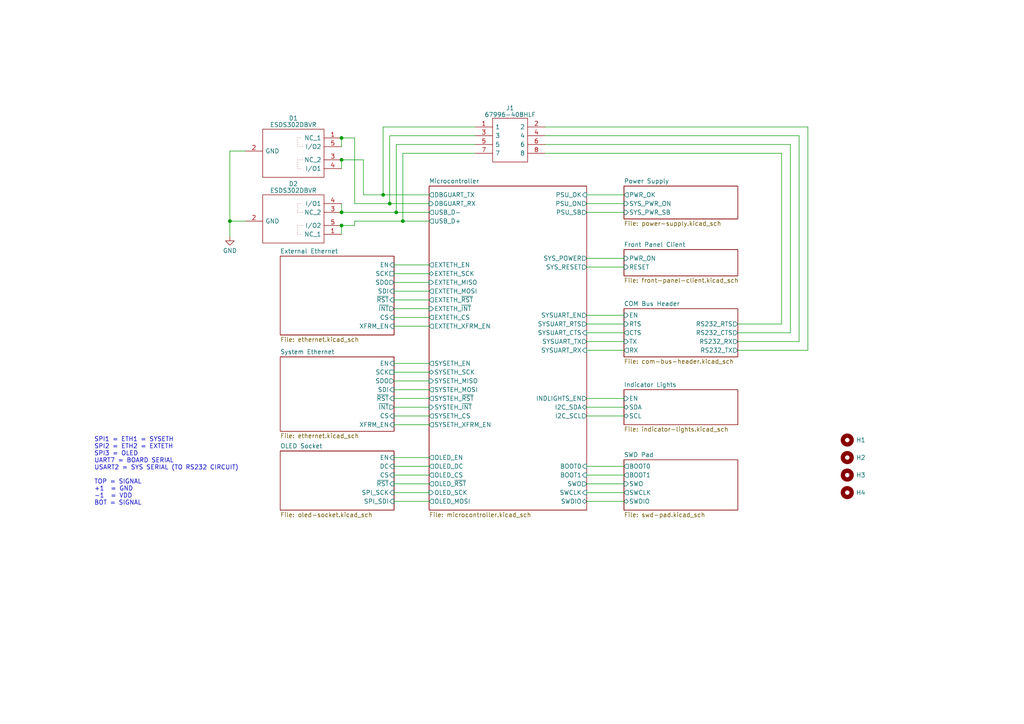
<source format=kicad_sch>
(kicad_sch (version 20230121) (generator eeschema)

  (uuid e89dcd22-1250-4a5b-b778-1c95a0dd623d)

  (paper "A4")

  (title_block
    (title "Oro Link")
    (date "2023-06-02")
    (rev "5")
    (company "Oro Operating System")
    (comment 1 "://oro.sh")
    (comment 2 "Joshua Lee Junon")
  )

  (lib_symbols
    (symbol "Mechanical:MountingHole" (pin_names (offset 1.016)) (in_bom yes) (on_board yes)
      (property "Reference" "H" (at 0 5.08 0)
        (effects (font (size 1.27 1.27)))
      )
      (property "Value" "MountingHole" (at 0 3.175 0)
        (effects (font (size 1.27 1.27)))
      )
      (property "Footprint" "" (at 0 0 0)
        (effects (font (size 1.27 1.27)) hide)
      )
      (property "Datasheet" "~" (at 0 0 0)
        (effects (font (size 1.27 1.27)) hide)
      )
      (property "ki_keywords" "mounting hole" (at 0 0 0)
        (effects (font (size 1.27 1.27)) hide)
      )
      (property "ki_description" "Mounting Hole without connection" (at 0 0 0)
        (effects (font (size 1.27 1.27)) hide)
      )
      (property "ki_fp_filters" "MountingHole*" (at 0 0 0)
        (effects (font (size 1.27 1.27)) hide)
      )
      (symbol "MountingHole_0_1"
        (circle (center 0 0) (radius 1.27)
          (stroke (width 1.27) (type default))
          (fill (type none))
        )
      )
    )
    (symbol "Oro:ESDS302DBVR_tied" (pin_names (offset 0.762)) (in_bom yes) (on_board yes)
      (property "Reference" "D" (at 13.97 3.81 0)
        (effects (font (size 1.27 1.27)))
      )
      (property "Value" "ESDS302DBVR" (at 13.97 1.27 0)
        (effects (font (size 1.27 1.27)))
      )
      (property "Footprint" "SOT95P280X145-5N" (at 40.64 3.81 0)
        (effects (font (size 1.27 1.27)) (justify left) hide)
      )
      (property "Datasheet" "http://www.ti.com/lit/gpn/esds302" (at 40.64 1.27 0)
        (effects (font (size 1.27 1.27)) (justify left) hide)
      )
      (property "Description" "3.6V Data-Line Surge and 30kV ESD Protection Diode Array" (at 40.64 -1.27 0)
        (effects (font (size 1.27 1.27)) (justify left) hide)
      )
      (property "Height" "1.45" (at 40.64 -21.59 0)
        (effects (font (size 1.27 1.27)) (justify left) hide)
      )
      (property "Manufacturer_Name" "Texas Instruments" (at 40.64 -6.35 0)
        (effects (font (size 1.27 1.27)) (justify left) hide)
      )
      (property "Manufacturer_Part_Number" "ESDS302DBVR" (at 40.64 -8.89 0)
        (effects (font (size 1.27 1.27)) (justify left) hide)
      )
      (property "Mouser Part Number" "595-ESDS302DBVR" (at 40.64 -11.43 0)
        (effects (font (size 1.27 1.27)) (justify left) hide)
      )
      (property "Mouser Price/Stock" "https://www.mouser.co.uk/ProductDetail/Texas-Instruments/ESDS302DBVR?qs=qSfuJ%252Bfl%2Fd4NxvvS2bbWLw%3D%3D" (at 40.64 -13.97 0)
        (effects (font (size 1.27 1.27)) (justify left) hide)
      )
      (property "Arrow Part Number" "ESDS302DBVR" (at 40.64 -16.51 0)
        (effects (font (size 1.27 1.27)) (justify left) hide)
      )
      (property "Arrow Price/Stock" "https://www.arrow.com/en/products/esds302dbvr/texas-instruments" (at 40.64 -19.05 0)
        (effects (font (size 1.27 1.27)) (justify left) hide)
      )
      (property "ki_description" "3.6V Data-Line Surge and 30kV ESD Protection Diode Array" (at 0 0 0)
        (effects (font (size 1.27 1.27)) hide)
      )
      (symbol "ESDS302DBVR_tied_0_0"
        (pin passive line (at 27.94 -11.43 180) (length 5.08)
          (name "NC_1" (effects (font (size 1.27 1.27))))
          (number "1" (effects (font (size 1.27 1.27))))
        )
        (pin passive line (at 0 -7.62 0) (length 5.08)
          (name "GND" (effects (font (size 1.27 1.27))))
          (number "2" (effects (font (size 1.27 1.27))))
        )
        (pin passive line (at 27.94 -5.08 180) (length 5.08)
          (name "NC_2" (effects (font (size 1.27 1.27))))
          (number "3" (effects (font (size 1.27 1.27))))
        )
        (pin passive line (at 27.94 -2.54 180) (length 5.08)
          (name "I/O1" (effects (font (size 1.27 1.27))))
          (number "4" (effects (font (size 1.27 1.27))))
        )
        (pin passive line (at 27.94 -8.89 180) (length 5.08)
          (name "I/O2" (effects (font (size 1.27 1.27))))
          (number "5" (effects (font (size 1.27 1.27))))
        )
      )
      (symbol "ESDS302DBVR_tied_0_1"
        (polyline
          (pts
            (xy 16.51 -8.89)
            (xy 15.24 -8.89)
            (xy 15.24 -11.43)
            (xy 16.51 -11.43)
          )
          (stroke (width 0) (type dot))
          (fill (type none))
        )
        (polyline
          (pts
            (xy 16.51 -5.08)
            (xy 15.24 -5.08)
            (xy 15.24 -2.54)
            (xy 16.51 -2.54)
          )
          (stroke (width 0) (type dot))
          (fill (type none))
        )
        (polyline
          (pts
            (xy 5.08 0)
            (xy 22.86 0)
            (xy 22.86 -13.97)
            (xy 5.08 -13.97)
            (xy 5.08 0)
          )
          (stroke (width 0.1524) (type solid))
          (fill (type none))
        )
      )
    )
    (symbol "SamacSys_Parts:67996-408HLF" (pin_names (offset 0.762)) (in_bom yes) (on_board yes)
      (property "Reference" "J" (at 16.51 7.62 0)
        (effects (font (size 1.27 1.27)) (justify left))
      )
      (property "Value" "67996-408HLF" (at 16.51 5.08 0)
        (effects (font (size 1.27 1.27)) (justify left))
      )
      (property "Footprint" "HDRV8W89P254_2X4_1016X483X858P" (at 16.51 2.54 0)
        (effects (font (size 1.27 1.27)) (justify left) hide)
      )
      (property "Datasheet" "https://cdn.amphenol-cs.com/media/wysiwyg/files/drawing/67996.pdf" (at 16.51 0 0)
        (effects (font (size 1.27 1.27)) (justify left) hide)
      )
      (property "Description" "BergStik, Board to Board connector, Unshrouded vertical header, Through Hole, Double Row, 8 Positions, 2.54 mm (0.100in) Pitch" (at 16.51 -2.54 0)
        (effects (font (size 1.27 1.27)) (justify left) hide)
      )
      (property "Height" "8.58" (at 16.51 -5.08 0)
        (effects (font (size 1.27 1.27)) (justify left) hide)
      )
      (property "Manufacturer_Name" "Amphenol Communications Solutions" (at 16.51 -7.62 0)
        (effects (font (size 1.27 1.27)) (justify left) hide)
      )
      (property "Manufacturer_Part_Number" "67996-408HLF" (at 16.51 -10.16 0)
        (effects (font (size 1.27 1.27)) (justify left) hide)
      )
      (property "Mouser Part Number" "649-67996-408HLF" (at 16.51 -12.7 0)
        (effects (font (size 1.27 1.27)) (justify left) hide)
      )
      (property "Mouser Price/Stock" "https://www.mouser.co.uk/ProductDetail/Amphenol-FCI/67996-408HLF?qs=zh4O8xspOux8A5Dq3mcAKw%3D%3D" (at 16.51 -15.24 0)
        (effects (font (size 1.27 1.27)) (justify left) hide)
      )
      (property "Arrow Part Number" "67996-408HLF" (at 16.51 -17.78 0)
        (effects (font (size 1.27 1.27)) (justify left) hide)
      )
      (property "Arrow Price/Stock" "https://www.arrow.com/en/products/67996-408hlf/amphenol-fci" (at 16.51 -20.32 0)
        (effects (font (size 1.27 1.27)) (justify left) hide)
      )
      (property "ki_description" "BergStik, Board to Board connector, Unshrouded vertical header, Through Hole, Double Row, 8 Positions, 2.54 mm (0.100in) Pitch" (at 0 0 0)
        (effects (font (size 1.27 1.27)) hide)
      )
      (symbol "67996-408HLF_0_0"
        (pin passive line (at 0 0 0) (length 5.08)
          (name "1" (effects (font (size 1.27 1.27))))
          (number "1" (effects (font (size 1.27 1.27))))
        )
        (pin passive line (at 20.32 0 180) (length 5.08)
          (name "2" (effects (font (size 1.27 1.27))))
          (number "2" (effects (font (size 1.27 1.27))))
        )
        (pin passive line (at 0 -2.54 0) (length 5.08)
          (name "3" (effects (font (size 1.27 1.27))))
          (number "3" (effects (font (size 1.27 1.27))))
        )
        (pin passive line (at 20.32 -2.54 180) (length 5.08)
          (name "4" (effects (font (size 1.27 1.27))))
          (number "4" (effects (font (size 1.27 1.27))))
        )
        (pin passive line (at 0 -5.08 0) (length 5.08)
          (name "5" (effects (font (size 1.27 1.27))))
          (number "5" (effects (font (size 1.27 1.27))))
        )
        (pin passive line (at 20.32 -5.08 180) (length 5.08)
          (name "6" (effects (font (size 1.27 1.27))))
          (number "6" (effects (font (size 1.27 1.27))))
        )
        (pin passive line (at 0 -7.62 0) (length 5.08)
          (name "7" (effects (font (size 1.27 1.27))))
          (number "7" (effects (font (size 1.27 1.27))))
        )
        (pin passive line (at 20.32 -7.62 180) (length 5.08)
          (name "8" (effects (font (size 1.27 1.27))))
          (number "8" (effects (font (size 1.27 1.27))))
        )
      )
      (symbol "67996-408HLF_0_1"
        (polyline
          (pts
            (xy 5.08 2.54)
            (xy 15.24 2.54)
            (xy 15.24 -10.16)
            (xy 5.08 -10.16)
            (xy 5.08 2.54)
          )
          (stroke (width 0.1524) (type solid))
          (fill (type none))
        )
      )
    )
    (symbol "power:GND" (power) (pin_names (offset 0)) (in_bom yes) (on_board yes)
      (property "Reference" "#PWR" (at 0 -6.35 0)
        (effects (font (size 1.27 1.27)) hide)
      )
      (property "Value" "GND" (at 0 -3.81 0)
        (effects (font (size 1.27 1.27)))
      )
      (property "Footprint" "" (at 0 0 0)
        (effects (font (size 1.27 1.27)) hide)
      )
      (property "Datasheet" "" (at 0 0 0)
        (effects (font (size 1.27 1.27)) hide)
      )
      (property "ki_keywords" "global power" (at 0 0 0)
        (effects (font (size 1.27 1.27)) hide)
      )
      (property "ki_description" "Power symbol creates a global label with name \"GND\" , ground" (at 0 0 0)
        (effects (font (size 1.27 1.27)) hide)
      )
      (symbol "GND_0_1"
        (polyline
          (pts
            (xy 0 0)
            (xy 0 -1.27)
            (xy 1.27 -1.27)
            (xy 0 -2.54)
            (xy -1.27 -1.27)
            (xy 0 -1.27)
          )
          (stroke (width 0) (type default))
          (fill (type none))
        )
      )
      (symbol "GND_1_1"
        (pin power_in line (at 0 0 270) (length 0) hide
          (name "GND" (effects (font (size 1.27 1.27))))
          (number "1" (effects (font (size 1.27 1.27))))
        )
      )
    )
  )

  (junction (at 99.06 61.595) (diameter 0) (color 0 0 0 0)
    (uuid 4ca1c7c8-4632-48f5-87fd-c911eacb0d9d)
  )
  (junction (at 111.125 56.515) (diameter 0) (color 0 0 0 0)
    (uuid 5787083e-1b0b-46b5-9cf5-dbd8f4481593)
  )
  (junction (at 99.06 65.405) (diameter 0) (color 0 0 0 0)
    (uuid 7874a394-225e-4876-acac-0799cc43b688)
  )
  (junction (at 99.06 46.355) (diameter 0) (color 0 0 0 0)
    (uuid 7f1224a3-b8fa-4fd2-aee9-84070693d98a)
  )
  (junction (at 116.84 64.135) (diameter 0) (color 0 0 0 0)
    (uuid 99bc7eea-3b0a-4d15-8793-817cc66589ff)
  )
  (junction (at 114.935 61.595) (diameter 0) (color 0 0 0 0)
    (uuid bd6fe481-d59b-4626-9e23-cd3fbc600ec2)
  )
  (junction (at 66.675 64.135) (diameter 0) (color 0 0 0 0)
    (uuid d7469f64-9197-4c07-8214-357cf3ee6e9f)
  )
  (junction (at 113.03 59.055) (diameter 0) (color 0 0 0 0)
    (uuid e760638a-21e0-4458-a079-5aedeff01bbf)
  )
  (junction (at 99.06 40.005) (diameter 0) (color 0 0 0 0)
    (uuid ea16ac5a-411e-4c7c-98fc-ad4d44a588f8)
  )

  (wire (pts (xy 114.3 132.715) (xy 124.46 132.715))
    (stroke (width 0) (type default))
    (uuid 0168c806-d34c-4238-bc07-a6d7b739af64)
  )
  (wire (pts (xy 114.3 113.03) (xy 124.46 113.03))
    (stroke (width 0) (type default))
    (uuid 01db7def-863f-4460-a802-2ec51dfb9367)
  )
  (wire (pts (xy 111.125 36.83) (xy 137.795 36.83))
    (stroke (width 0) (type default))
    (uuid 036d3013-9595-4cc0-bea0-90d90156a23c)
  )
  (wire (pts (xy 170.18 115.57) (xy 180.975 115.57))
    (stroke (width 0) (type default))
    (uuid 03a98f7f-d665-48ca-82cb-8419fcc843fd)
  )
  (wire (pts (xy 102.87 59.055) (xy 102.87 40.005))
    (stroke (width 0) (type default))
    (uuid 04f6c70f-3735-4e4b-b285-32a03e7c6123)
  )
  (wire (pts (xy 99.06 65.405) (xy 99.06 67.945))
    (stroke (width 0) (type default))
    (uuid 0ffdaf8e-7e48-4a89-a80c-25714ea2b762)
  )
  (wire (pts (xy 114.3 92.075) (xy 124.46 92.075))
    (stroke (width 0) (type default))
    (uuid 10ca1b8d-b487-4903-8905-351b7f5e2867)
  )
  (wire (pts (xy 170.18 61.595) (xy 180.975 61.595))
    (stroke (width 0) (type default))
    (uuid 152bd8d4-ae66-44fe-b3dd-3e9e69f46ce3)
  )
  (wire (pts (xy 99.06 40.005) (xy 99.06 42.545))
    (stroke (width 0) (type default))
    (uuid 160737cb-82e3-467f-bebf-23aac6480744)
  )
  (wire (pts (xy 226.695 93.98) (xy 226.695 44.45))
    (stroke (width 0) (type default))
    (uuid 1a783963-0101-49c2-b6fb-ae61bfb14778)
  )
  (wire (pts (xy 114.3 79.375) (xy 124.46 79.375))
    (stroke (width 0) (type default))
    (uuid 1ab50632-c857-41a9-8a63-55b3d8566a6a)
  )
  (wire (pts (xy 111.125 56.515) (xy 111.125 36.83))
    (stroke (width 0) (type default))
    (uuid 25205aec-de05-41e6-83cf-cca130b6193f)
  )
  (wire (pts (xy 170.18 101.6) (xy 180.975 101.6))
    (stroke (width 0) (type default))
    (uuid 28118b36-6637-4bcb-b125-ceab1d16aaca)
  )
  (wire (pts (xy 116.84 44.45) (xy 137.795 44.45))
    (stroke (width 0) (type default))
    (uuid 2d8cc211-894a-43ce-80f7-6bb0cb112226)
  )
  (wire (pts (xy 114.3 115.57) (xy 124.46 115.57))
    (stroke (width 0) (type default))
    (uuid 3001de68-d355-4341-b3ae-afe7b3089673)
  )
  (wire (pts (xy 116.84 64.135) (xy 116.84 44.45))
    (stroke (width 0) (type default))
    (uuid 353e7f56-5f7e-4cda-b7d4-59ab77b055a6)
  )
  (wire (pts (xy 114.3 105.41) (xy 124.46 105.41))
    (stroke (width 0) (type default))
    (uuid 3ae45b58-093b-4770-af1d-0954498e28fb)
  )
  (wire (pts (xy 114.3 142.875) (xy 124.46 142.875))
    (stroke (width 0) (type default))
    (uuid 4072240e-cfa3-47f8-837f-e2d9c720eb6b)
  )
  (wire (pts (xy 116.84 64.135) (xy 102.87 64.135))
    (stroke (width 0) (type default))
    (uuid 409aa5bf-c527-49bd-89ea-47c045537ba9)
  )
  (wire (pts (xy 213.995 99.06) (xy 231.775 99.06))
    (stroke (width 0) (type default))
    (uuid 42bdfc22-5b82-457e-a3d2-3ef5d96d01c2)
  )
  (wire (pts (xy 114.3 84.455) (xy 124.46 84.455))
    (stroke (width 0) (type default))
    (uuid 47418031-dcdc-4b38-bff9-ed373f689568)
  )
  (wire (pts (xy 114.935 61.595) (xy 114.935 41.91))
    (stroke (width 0) (type default))
    (uuid 47fd6688-0cc3-4037-9b27-bfc48643a096)
  )
  (wire (pts (xy 105.41 46.355) (xy 99.06 46.355))
    (stroke (width 0) (type default))
    (uuid 49fb8455-2a82-4128-a549-4706cc589046)
  )
  (wire (pts (xy 111.125 56.515) (xy 124.46 56.515))
    (stroke (width 0) (type default))
    (uuid 4d9a922b-8b1a-44a2-8a0f-6bf2d33d2713)
  )
  (wire (pts (xy 114.3 135.255) (xy 124.46 135.255))
    (stroke (width 0) (type default))
    (uuid 4db8af70-dc43-4e8d-a7a2-42222cf9f24b)
  )
  (wire (pts (xy 99.06 61.595) (xy 114.935 61.595))
    (stroke (width 0) (type default))
    (uuid 4dd8d431-430d-483e-85b2-d89c439b7743)
  )
  (wire (pts (xy 170.18 59.055) (xy 180.975 59.055))
    (stroke (width 0) (type default))
    (uuid 4fe290a5-c5f4-426d-95a6-8df60097a32f)
  )
  (wire (pts (xy 114.3 81.915) (xy 124.46 81.915))
    (stroke (width 0) (type default))
    (uuid 52ff3c14-b567-41c9-abbf-a2ef3f189d43)
  )
  (wire (pts (xy 105.41 56.515) (xy 105.41 46.355))
    (stroke (width 0) (type default))
    (uuid 54704a0c-804a-41be-b2d4-b12285383855)
  )
  (wire (pts (xy 213.995 93.98) (xy 226.695 93.98))
    (stroke (width 0) (type default))
    (uuid 57148e95-decf-4d21-a416-44c321855822)
  )
  (wire (pts (xy 114.3 123.19) (xy 124.46 123.19))
    (stroke (width 0) (type default))
    (uuid 5e5f2025-7d36-4e7e-bccd-f14075d0d92e)
  )
  (wire (pts (xy 102.87 40.005) (xy 99.06 40.005))
    (stroke (width 0) (type default))
    (uuid 66fc3c4a-a2a7-4c23-a789-bc8435e5e047)
  )
  (wire (pts (xy 99.06 59.055) (xy 99.06 61.595))
    (stroke (width 0) (type default))
    (uuid 672cb193-4d89-4eec-89df-5f9b1e52fd23)
  )
  (wire (pts (xy 71.12 43.815) (xy 66.675 43.815))
    (stroke (width 0) (type default))
    (uuid 690f768e-efff-4453-8ef4-ae3d6b879c1c)
  )
  (wire (pts (xy 158.115 36.83) (xy 234.315 36.83))
    (stroke (width 0) (type default))
    (uuid 69b46502-60d4-4154-9fe2-9edf26197a11)
  )
  (wire (pts (xy 114.3 140.335) (xy 124.46 140.335))
    (stroke (width 0) (type default))
    (uuid 6d5f7412-4a81-4c1d-a3ae-7c347d93f5bd)
  )
  (wire (pts (xy 234.315 101.6) (xy 234.315 36.83))
    (stroke (width 0) (type default))
    (uuid 7028f7fa-ceba-41c1-a743-5e979a45f948)
  )
  (wire (pts (xy 102.87 65.405) (xy 99.06 65.405))
    (stroke (width 0) (type default))
    (uuid 762a0d21-d547-4cc9-ad0d-2ed9bb6c2c20)
  )
  (wire (pts (xy 114.3 76.835) (xy 124.46 76.835))
    (stroke (width 0) (type default))
    (uuid 76b99586-ad18-4eeb-8010-5f8e662b39fd)
  )
  (wire (pts (xy 170.18 120.65) (xy 180.975 120.65))
    (stroke (width 0) (type default))
    (uuid 7b54ad0b-f4a9-44b5-a886-f5769a1496e0)
  )
  (wire (pts (xy 66.675 64.135) (xy 66.675 68.58))
    (stroke (width 0) (type default))
    (uuid 80f00e60-541b-4a72-b665-5495ffaaefbc)
  )
  (wire (pts (xy 114.3 89.535) (xy 124.46 89.535))
    (stroke (width 0) (type default))
    (uuid 83ed30c9-f060-4b12-84ef-26d3fb55fc99)
  )
  (wire (pts (xy 114.3 94.615) (xy 124.46 94.615))
    (stroke (width 0) (type default))
    (uuid 87c6b790-475b-4aca-beda-91c6d1a75dd0)
  )
  (wire (pts (xy 170.18 77.47) (xy 180.975 77.47))
    (stroke (width 0) (type default))
    (uuid 897a3fbf-a458-4dd6-8eb8-a567a8388310)
  )
  (wire (pts (xy 170.18 118.11) (xy 180.975 118.11))
    (stroke (width 0) (type default))
    (uuid 8a1495ed-2378-4ca1-8b57-dbe9ae54dd91)
  )
  (wire (pts (xy 170.18 96.52) (xy 180.975 96.52))
    (stroke (width 0) (type default))
    (uuid 8b7c7054-f565-4b9d-a7d0-1832ae3f140f)
  )
  (wire (pts (xy 170.18 135.255) (xy 180.975 135.255))
    (stroke (width 0) (type default))
    (uuid 8bf7584f-fd6c-4af2-bf73-64cb37c3446b)
  )
  (wire (pts (xy 99.06 46.355) (xy 99.06 48.895))
    (stroke (width 0) (type default))
    (uuid 8c020e15-2a89-47e2-b677-c295758ceb47)
  )
  (wire (pts (xy 170.18 145.415) (xy 180.975 145.415))
    (stroke (width 0) (type default))
    (uuid 924d4866-1d30-4676-90a2-f2a3e1da2929)
  )
  (wire (pts (xy 170.18 142.875) (xy 180.975 142.875))
    (stroke (width 0) (type default))
    (uuid 977abf6e-1aa6-4ed6-90f5-464ab8571b5d)
  )
  (wire (pts (xy 66.675 43.815) (xy 66.675 64.135))
    (stroke (width 0) (type default))
    (uuid 98baadb6-e09e-4910-a2c8-8e1a51ccc1a6)
  )
  (wire (pts (xy 114.3 120.65) (xy 124.46 120.65))
    (stroke (width 0) (type default))
    (uuid 9d00d30f-68a1-42eb-b2ea-fd2a7042acc2)
  )
  (wire (pts (xy 170.18 140.335) (xy 180.975 140.335))
    (stroke (width 0) (type default))
    (uuid 9fbe0aba-7154-4c92-af5d-890c437ce2bd)
  )
  (wire (pts (xy 170.18 93.98) (xy 180.975 93.98))
    (stroke (width 0) (type default))
    (uuid a1bce170-0825-4f27-8518-b3f29d266197)
  )
  (wire (pts (xy 114.3 86.995) (xy 124.46 86.995))
    (stroke (width 0) (type default))
    (uuid a41945d4-39a5-492e-9154-6006ae4870df)
  )
  (wire (pts (xy 102.87 59.055) (xy 113.03 59.055))
    (stroke (width 0) (type default))
    (uuid a89c211e-b284-4609-83c2-5093e0ad8e40)
  )
  (wire (pts (xy 114.3 110.49) (xy 124.46 110.49))
    (stroke (width 0) (type default))
    (uuid b1afb864-391d-47ed-a95c-23001178e082)
  )
  (wire (pts (xy 158.115 41.91) (xy 229.235 41.91))
    (stroke (width 0) (type default))
    (uuid b2fda4d0-b392-4799-9784-03c87961238d)
  )
  (wire (pts (xy 113.03 39.37) (xy 137.795 39.37))
    (stroke (width 0) (type default))
    (uuid b4e5dc68-a4aa-4357-840d-20a1b11fe0fc)
  )
  (wire (pts (xy 170.18 99.06) (xy 180.975 99.06))
    (stroke (width 0) (type default))
    (uuid b5019148-2f84-4d09-99e2-8a3861857546)
  )
  (wire (pts (xy 170.18 56.515) (xy 180.975 56.515))
    (stroke (width 0) (type default))
    (uuid b6d9fd4c-f306-486b-94e6-284b8435a7db)
  )
  (wire (pts (xy 66.675 64.135) (xy 71.12 64.135))
    (stroke (width 0) (type default))
    (uuid b78905cd-cfb2-40e7-8bd6-56e7151cfd82)
  )
  (wire (pts (xy 114.935 41.91) (xy 137.795 41.91))
    (stroke (width 0) (type default))
    (uuid bbc2107f-7059-4517-a77b-5e48f9d1b025)
  )
  (wire (pts (xy 114.3 145.415) (xy 124.46 145.415))
    (stroke (width 0) (type default))
    (uuid be4501a4-49b6-4727-acd6-12aa07f212da)
  )
  (wire (pts (xy 170.18 91.44) (xy 180.975 91.44))
    (stroke (width 0) (type default))
    (uuid c05db56f-3265-4e46-8bed-bb5e832415b6)
  )
  (wire (pts (xy 113.03 59.055) (xy 113.03 39.37))
    (stroke (width 0) (type default))
    (uuid c07fd251-e3cd-4c16-a4e3-8ce1e3554406)
  )
  (wire (pts (xy 114.3 137.795) (xy 124.46 137.795))
    (stroke (width 0) (type default))
    (uuid c0f8e925-b3d5-4996-8c38-162725c1b471)
  )
  (wire (pts (xy 102.87 64.135) (xy 102.87 65.405))
    (stroke (width 0) (type default))
    (uuid c3b8630d-8127-47ee-b240-0af7be5d4128)
  )
  (wire (pts (xy 170.18 74.93) (xy 180.975 74.93))
    (stroke (width 0) (type default))
    (uuid c72279ae-b7b6-4607-8455-042ea6628670)
  )
  (wire (pts (xy 113.03 59.055) (xy 124.46 59.055))
    (stroke (width 0) (type default))
    (uuid c968107b-9bd1-41cc-b983-31f19ee89c91)
  )
  (wire (pts (xy 229.235 96.52) (xy 229.235 41.91))
    (stroke (width 0) (type default))
    (uuid ca8a7b42-83f0-40b6-b2af-10d849effb19)
  )
  (wire (pts (xy 114.3 118.11) (xy 124.46 118.11))
    (stroke (width 0) (type default))
    (uuid cbabc6c3-acc8-4b4d-adae-3e4f6f702ed5)
  )
  (wire (pts (xy 158.115 39.37) (xy 231.775 39.37))
    (stroke (width 0) (type default))
    (uuid cd963b88-f9d9-48f0-bf64-9d444f40c682)
  )
  (wire (pts (xy 213.995 96.52) (xy 229.235 96.52))
    (stroke (width 0) (type default))
    (uuid d80e3315-9497-4fca-87de-1c69bd14ddf9)
  )
  (wire (pts (xy 231.775 99.06) (xy 231.775 39.37))
    (stroke (width 0) (type default))
    (uuid ddeb8c41-6f8a-4e32-a2af-fe534d9a220f)
  )
  (wire (pts (xy 116.84 64.135) (xy 124.46 64.135))
    (stroke (width 0) (type default))
    (uuid e8a3dda5-d6b6-4143-b01d-2d14b4e8c430)
  )
  (wire (pts (xy 158.115 44.45) (xy 226.695 44.45))
    (stroke (width 0) (type default))
    (uuid ea83593d-ca09-45d5-906b-42aea9eabb83)
  )
  (wire (pts (xy 114.3 107.95) (xy 124.46 107.95))
    (stroke (width 0) (type default))
    (uuid efd56462-d170-45cd-812b-e577b683338e)
  )
  (wire (pts (xy 170.18 137.795) (xy 180.975 137.795))
    (stroke (width 0) (type default))
    (uuid f003bedf-871b-450d-a195-835c502224fc)
  )
  (wire (pts (xy 105.41 56.515) (xy 111.125 56.515))
    (stroke (width 0) (type default))
    (uuid f172159b-1693-4eb7-8a74-ba4295e50b47)
  )
  (wire (pts (xy 114.935 61.595) (xy 124.46 61.595))
    (stroke (width 0) (type default))
    (uuid f2f0b0d8-5b67-4998-86bd-77dcee19d73b)
  )
  (wire (pts (xy 213.995 101.6) (xy 234.315 101.6))
    (stroke (width 0) (type default))
    (uuid ff742753-2cc4-45a9-980b-9f05e1480727)
  )

  (text "SPI1 = ETH1 = SYSETH\nSPI2 = ETH2 = EXTETH\nSPI3 = OLED\nUART7 = BOARD SERIAL\nUSART2 = SYS SERIAL (TO RS232 CIRCUIT)\n\nTOP = SIGNAL\n+1  = GND\n-1  = VDD\nBOT = SIGNAL"
    (at 27.305 146.685 0)
    (effects (font (size 1.27 1.27)) (justify left bottom))
    (uuid 3c640dba-fa52-4fbc-b48a-7d17584c9cc7)
  )

  (symbol (lib_id "Mechanical:MountingHole") (at 245.745 137.795 0) (unit 1)
    (in_bom no) (on_board yes) (dnp no)
    (uuid 0ab99149-4c96-48f3-9c24-64cfff9a7bdb)
    (property "Reference" "H5" (at 248.285 137.795 0)
      (effects (font (size 1.27 1.27)) (justify left))
    )
    (property "Value" "MountingHole_Pad" (at 248.285 137.8023 0)
      (effects (font (size 1.27 1.27)) (justify left) hide)
    )
    (property "Footprint" "MountingHole:MountingHole_3.2mm_M3_Pad_Via" (at 245.745 137.795 0)
      (effects (font (size 1.27 1.27)) hide)
    )
    (property "Datasheet" "~" (at 245.745 137.795 0)
      (effects (font (size 1.27 1.27)) hide)
    )
    (property "Sim.Enable" "0" (at 245.745 137.795 0)
      (effects (font (size 1.27 1.27)) hide)
    )
    (instances
      (project "Oro Testbed v2"
        (path "/3d0fc623-63eb-45e5-a304-e470d9b3a173"
          (reference "H5") (unit 1)
        )
      )
      (project "OroLink"
        (path "/e89dcd22-1250-4a5b-b778-1c95a0dd623d"
          (reference "H3") (unit 1)
        )
        (path "/e89dcd22-1250-4a5b-b778-1c95a0dd623d/f955395e-bf1a-4ef3-9cfe-ec9d49f66988"
          (reference "H3") (unit 1)
        )
      )
    )
  )

  (symbol (lib_id "Oro:ESDS302DBVR_tied") (at 71.12 56.515 0) (unit 1)
    (in_bom yes) (on_board yes) (dnp no)
    (uuid 2572ff69-8133-444c-bc70-9ecd93aa7426)
    (property "Reference" "D2" (at 85.09 53.324 0)
      (effects (font (size 1.27 1.27)))
    )
    (property "Value" "ESDS302DBVR" (at 85.09 55.245 0)
      (effects (font (size 1.27 1.27)))
    )
    (property "Footprint" "SOT95P280X145-5N" (at 111.76 52.705 0)
      (effects (font (size 1.27 1.27)) (justify left) hide)
    )
    (property "Datasheet" "http://www.ti.com/lit/gpn/esds302" (at 111.76 55.245 0)
      (effects (font (size 1.27 1.27)) (justify left) hide)
    )
    (property "Description" "3.6V Data-Line Surge and 30kV ESD Protection Diode Array" (at 111.76 57.785 0)
      (effects (font (size 1.27 1.27)) (justify left) hide)
    )
    (property "Height" "1.45" (at 111.76 78.105 0)
      (effects (font (size 1.27 1.27)) (justify left) hide)
    )
    (property "Manufacturer_Name" "Texas Instruments" (at 111.76 62.865 0)
      (effects (font (size 1.27 1.27)) (justify left) hide)
    )
    (property "Manufacturer_Part_Number" "ESDS302DBVR" (at 111.76 65.405 0)
      (effects (font (size 1.27 1.27)) (justify left) hide)
    )
    (property "Mouser Part Number" "595-ESDS302DBVR" (at 111.76 67.945 0)
      (effects (font (size 1.27 1.27)) (justify left) hide)
    )
    (property "Mouser Price/Stock" "https://www.mouser.co.uk/ProductDetail/Texas-Instruments/ESDS302DBVR?qs=qSfuJ%252Bfl%2Fd4NxvvS2bbWLw%3D%3D" (at 111.76 70.485 0)
      (effects (font (size 1.27 1.27)) (justify left) hide)
    )
    (property "Arrow Part Number" "ESDS302DBVR" (at 111.76 73.025 0)
      (effects (font (size 1.27 1.27)) (justify left) hide)
    )
    (property "Arrow Price/Stock" "https://www.arrow.com/en/products/esds302dbvr/texas-instruments" (at 111.76 75.565 0)
      (effects (font (size 1.27 1.27)) (justify left) hide)
    )
    (pin "1" (uuid 2f97dec0-df0a-495d-9b90-1c7d28d8bedf))
    (pin "2" (uuid 658b3409-9514-4d1c-af4c-e6448dea7fe7))
    (pin "3" (uuid e3aba5a2-d80e-453d-9d3b-460967d38ba1))
    (pin "4" (uuid 3f89b190-a6af-4b67-8c71-6bde7661de7f))
    (pin "5" (uuid 9ed71205-686c-4a37-a92e-928df7f6d355))
    (instances
      (project "OroLink"
        (path "/e89dcd22-1250-4a5b-b778-1c95a0dd623d"
          (reference "D2") (unit 1)
        )
      )
    )
  )

  (symbol (lib_id "power:GND") (at 66.675 68.58 0) (unit 1)
    (in_bom yes) (on_board yes) (dnp no) (fields_autoplaced)
    (uuid 555e58ac-57b4-4f92-9fa4-ad2cbc40af0e)
    (property "Reference" "#PWR01" (at 66.675 74.93 0)
      (effects (font (size 1.27 1.27)) hide)
    )
    (property "Value" "GND" (at 66.675 72.7155 0)
      (effects (font (size 1.27 1.27)))
    )
    (property "Footprint" "" (at 66.675 68.58 0)
      (effects (font (size 1.27 1.27)) hide)
    )
    (property "Datasheet" "" (at 66.675 68.58 0)
      (effects (font (size 1.27 1.27)) hide)
    )
    (pin "1" (uuid 91aeefc1-ccee-4e97-ad0b-27df248dddee))
    (instances
      (project "OroLink"
        (path "/e89dcd22-1250-4a5b-b778-1c95a0dd623d"
          (reference "#PWR01") (unit 1)
        )
      )
    )
  )

  (symbol (lib_id "Mechanical:MountingHole") (at 245.745 132.715 0) (unit 1)
    (in_bom no) (on_board yes) (dnp no)
    (uuid 751be5ab-577e-4925-9098-8bf2a60ce414)
    (property "Reference" "H5" (at 248.285 132.715 0)
      (effects (font (size 1.27 1.27)) (justify left))
    )
    (property "Value" "MountingHole_Pad" (at 248.285 132.7223 0)
      (effects (font (size 1.27 1.27)) (justify left) hide)
    )
    (property "Footprint" "MountingHole:MountingHole_3.2mm_M3_Pad_Via" (at 245.745 132.715 0)
      (effects (font (size 1.27 1.27)) hide)
    )
    (property "Datasheet" "~" (at 245.745 132.715 0)
      (effects (font (size 1.27 1.27)) hide)
    )
    (property "Sim.Enable" "0" (at 245.745 132.715 0)
      (effects (font (size 1.27 1.27)) hide)
    )
    (instances
      (project "Oro Testbed v2"
        (path "/3d0fc623-63eb-45e5-a304-e470d9b3a173"
          (reference "H5") (unit 1)
        )
      )
      (project "OroLink"
        (path "/e89dcd22-1250-4a5b-b778-1c95a0dd623d"
          (reference "H2") (unit 1)
        )
        (path "/e89dcd22-1250-4a5b-b778-1c95a0dd623d/f955395e-bf1a-4ef3-9cfe-ec9d49f66988"
          (reference "H2") (unit 1)
        )
      )
    )
  )

  (symbol (lib_id "Oro:ESDS302DBVR_tied") (at 71.12 51.435 0) (mirror x) (unit 1)
    (in_bom yes) (on_board yes) (dnp no)
    (uuid 8c98d064-a1d8-4cb5-9f3f-5cba9d4d2cd1)
    (property "Reference" "D1" (at 85.09 34.29 0)
      (effects (font (size 1.27 1.27)))
    )
    (property "Value" "ESDS302DBVR" (at 85.09 36.195 0)
      (effects (font (size 1.27 1.27)))
    )
    (property "Footprint" "SOT95P280X145-5N" (at 111.76 55.245 0)
      (effects (font (size 1.27 1.27)) (justify left) hide)
    )
    (property "Datasheet" "http://www.ti.com/lit/gpn/esds302" (at 111.76 52.705 0)
      (effects (font (size 1.27 1.27)) (justify left) hide)
    )
    (property "Description" "3.6V Data-Line Surge and 30kV ESD Protection Diode Array" (at 111.76 50.165 0)
      (effects (font (size 1.27 1.27)) (justify left) hide)
    )
    (property "Height" "1.45" (at 111.76 29.845 0)
      (effects (font (size 1.27 1.27)) (justify left) hide)
    )
    (property "Manufacturer_Name" "Texas Instruments" (at 111.76 45.085 0)
      (effects (font (size 1.27 1.27)) (justify left) hide)
    )
    (property "Manufacturer_Part_Number" "ESDS302DBVR" (at 111.76 42.545 0)
      (effects (font (size 1.27 1.27)) (justify left) hide)
    )
    (property "Mouser Part Number" "595-ESDS302DBVR" (at 111.76 40.005 0)
      (effects (font (size 1.27 1.27)) (justify left) hide)
    )
    (property "Mouser Price/Stock" "https://www.mouser.co.uk/ProductDetail/Texas-Instruments/ESDS302DBVR?qs=qSfuJ%252Bfl%2Fd4NxvvS2bbWLw%3D%3D" (at 111.76 37.465 0)
      (effects (font (size 1.27 1.27)) (justify left) hide)
    )
    (property "Arrow Part Number" "ESDS302DBVR" (at 111.76 34.925 0)
      (effects (font (size 1.27 1.27)) (justify left) hide)
    )
    (property "Arrow Price/Stock" "https://www.arrow.com/en/products/esds302dbvr/texas-instruments" (at 111.76 32.385 0)
      (effects (font (size 1.27 1.27)) (justify left) hide)
    )
    (pin "1" (uuid 73d454e8-6569-4d3a-b97e-56979f4ce3fc))
    (pin "2" (uuid c586548a-9d60-4bb6-acf3-23558f44e2dd))
    (pin "3" (uuid 4faa7015-e64b-4c61-8860-aae3907b813c))
    (pin "4" (uuid 6091afae-1fe2-4838-9839-7b8a218d5da4))
    (pin "5" (uuid d1b2f388-fb3a-48e1-84d7-32b4d77149ce))
    (instances
      (project "OroLink"
        (path "/e89dcd22-1250-4a5b-b778-1c95a0dd623d"
          (reference "D1") (unit 1)
        )
      )
    )
  )

  (symbol (lib_id "Mechanical:MountingHole") (at 245.745 127.635 0) (unit 1)
    (in_bom no) (on_board yes) (dnp no)
    (uuid 9dd13a92-b82c-4ebc-91a3-88130551705d)
    (property "Reference" "H5" (at 248.285 127.635 0)
      (effects (font (size 1.27 1.27)) (justify left))
    )
    (property "Value" "MountingHole_Pad" (at 248.285 127.6423 0)
      (effects (font (size 1.27 1.27)) (justify left) hide)
    )
    (property "Footprint" "MountingHole:MountingHole_3.2mm_M3_Pad_Via" (at 245.745 127.635 0)
      (effects (font (size 1.27 1.27)) hide)
    )
    (property "Datasheet" "~" (at 245.745 127.635 0)
      (effects (font (size 1.27 1.27)) hide)
    )
    (property "Sim.Enable" "0" (at 245.745 127.635 0)
      (effects (font (size 1.27 1.27)) hide)
    )
    (instances
      (project "Oro Testbed v2"
        (path "/3d0fc623-63eb-45e5-a304-e470d9b3a173"
          (reference "H5") (unit 1)
        )
      )
      (project "OroLink"
        (path "/e89dcd22-1250-4a5b-b778-1c95a0dd623d"
          (reference "H1") (unit 1)
        )
        (path "/e89dcd22-1250-4a5b-b778-1c95a0dd623d/f955395e-bf1a-4ef3-9cfe-ec9d49f66988"
          (reference "H1") (unit 1)
        )
      )
    )
  )

  (symbol (lib_id "Mechanical:MountingHole") (at 245.745 142.875 0) (unit 1)
    (in_bom no) (on_board yes) (dnp no)
    (uuid d2d4de64-8d15-49c9-8a35-55aa8d3466de)
    (property "Reference" "H2" (at 248.285 142.8837 0)
      (effects (font (size 1.27 1.27)) (justify left))
    )
    (property "Value" "MountingHole_Pad" (at 248.285 142.8823 0)
      (effects (font (size 1.27 1.27)) (justify left) hide)
    )
    (property "Footprint" "MountingHole:MountingHole_3.2mm_M3_Pad_Via" (at 245.745 142.875 0)
      (effects (font (size 1.27 1.27)) hide)
    )
    (property "Datasheet" "~" (at 245.745 142.875 0)
      (effects (font (size 1.27 1.27)) hide)
    )
    (property "Sim.Enable" "0" (at 245.745 142.875 0)
      (effects (font (size 1.27 1.27)) hide)
    )
    (instances
      (project "Oro Testbed v2"
        (path "/3d0fc623-63eb-45e5-a304-e470d9b3a173"
          (reference "H2") (unit 1)
        )
      )
      (project "OroLink"
        (path "/e89dcd22-1250-4a5b-b778-1c95a0dd623d"
          (reference "H4") (unit 1)
        )
        (path "/e89dcd22-1250-4a5b-b778-1c95a0dd623d/f955395e-bf1a-4ef3-9cfe-ec9d49f66988"
          (reference "H6") (unit 1)
        )
      )
    )
  )

  (symbol (lib_id "SamacSys_Parts:67996-408HLF") (at 137.795 36.83 0) (unit 1)
    (in_bom yes) (on_board yes) (dnp no) (fields_autoplaced)
    (uuid f1b868e3-d970-40c4-a87d-e75bedaaca03)
    (property "Reference" "J1" (at 147.955 31.3309 0)
      (effects (font (size 1.27 1.27)))
    )
    (property "Value" "67996-408HLF" (at 147.955 33.2519 0)
      (effects (font (size 1.27 1.27)))
    )
    (property "Footprint" "HDRV8W89P254_2X4_1016X483X858P" (at 154.305 34.29 0)
      (effects (font (size 1.27 1.27)) (justify left) hide)
    )
    (property "Datasheet" "https://cdn.amphenol-cs.com/media/wysiwyg/files/drawing/67996.pdf" (at 154.305 36.83 0)
      (effects (font (size 1.27 1.27)) (justify left) hide)
    )
    (property "Description" "BergStik, Board to Board connector, Unshrouded vertical header, Through Hole, Double Row, 8 Positions, 2.54 mm (0.100in) Pitch" (at 154.305 39.37 0)
      (effects (font (size 1.27 1.27)) (justify left) hide)
    )
    (property "Height" "8.58" (at 154.305 41.91 0)
      (effects (font (size 1.27 1.27)) (justify left) hide)
    )
    (property "Manufacturer_Name" "Amphenol Communications Solutions" (at 154.305 44.45 0)
      (effects (font (size 1.27 1.27)) (justify left) hide)
    )
    (property "Manufacturer_Part_Number" "67996-408HLF" (at 154.305 46.99 0)
      (effects (font (size 1.27 1.27)) (justify left) hide)
    )
    (property "Mouser Part Number" "649-67996-408HLF" (at 154.305 49.53 0)
      (effects (font (size 1.27 1.27)) (justify left) hide)
    )
    (property "Mouser Price/Stock" "https://www.mouser.co.uk/ProductDetail/Amphenol-FCI/67996-408HLF?qs=zh4O8xspOux8A5Dq3mcAKw%3D%3D" (at 154.305 52.07 0)
      (effects (font (size 1.27 1.27)) (justify left) hide)
    )
    (property "Arrow Part Number" "67996-408HLF" (at 154.305 54.61 0)
      (effects (font (size 1.27 1.27)) (justify left) hide)
    )
    (property "Arrow Price/Stock" "https://www.arrow.com/en/products/67996-408hlf/amphenol-fci" (at 154.305 57.15 0)
      (effects (font (size 1.27 1.27)) (justify left) hide)
    )
    (pin "1" (uuid 886049b4-c18c-40d1-84ce-c7b065ac17dc))
    (pin "2" (uuid 3330fd7c-8ffb-4e39-858f-44c8abbee2b0))
    (pin "3" (uuid 46c6b992-9091-4d81-a87b-a66632141420))
    (pin "4" (uuid eae6c07f-8683-40c4-a63e-0a4e0057eb8e))
    (pin "5" (uuid de5c261f-c807-488f-ac0c-d2a5d003afe4))
    (pin "6" (uuid 4f14ad94-d704-4fd2-8077-30bb324cb408))
    (pin "7" (uuid 4df4eea4-bec0-450b-b867-66b03d81216e))
    (pin "8" (uuid f3e30c4b-e822-4a30-acb4-9fa67bafb753))
    (instances
      (project "OroLink"
        (path "/e89dcd22-1250-4a5b-b778-1c95a0dd623d"
          (reference "J1") (unit 1)
        )
      )
    )
  )

  (sheet (at 81.28 130.81) (size 33.02 17.145)
    (stroke (width 0.1524) (type solid))
    (fill (color 0 0 0 0.0000))
    (uuid 1b3eede1-74b0-4c0b-b4f1-7ec1bfc1f54f)
    (property "Sheetname" "OLED Socket" (at 81.28 130.0984 0)
      (effects (font (size 1.27 1.27)) (justify left bottom))
    )
    (property "Sheetfile" "oled-socket.kicad_sch" (at 81.28 148.59 0)
      (effects (font (size 1.27 1.27)) (justify left top))
    )
    (pin "SPI_SCK" input (at 114.3 142.875 0)
      (effects (font (size 1.27 1.27)) (justify right))
      (uuid 6889326c-cb12-4e0b-a1ee-9de146f3a761)
    )
    (pin "~{RST}" input (at 114.3 140.335 0)
      (effects (font (size 1.27 1.27)) (justify right))
      (uuid 4674fb04-0afd-4812-9ae0-9b91933807cd)
    )
    (pin "SPI_SDI" input (at 114.3 145.415 0)
      (effects (font (size 1.27 1.27)) (justify right))
      (uuid 3b7b7f93-2c48-4a8d-bdbd-a67b90e5f51c)
    )
    (pin "CS" input (at 114.3 137.795 0)
      (effects (font (size 1.27 1.27)) (justify right))
      (uuid 7eed2597-4e50-434e-9862-fa512f52e949)
    )
    (pin "DC" input (at 114.3 135.255 0)
      (effects (font (size 1.27 1.27)) (justify right))
      (uuid f3046b39-4fea-4f3a-aa8b-3d22bca9a9a8)
    )
    (pin "EN" input (at 114.3 132.715 0)
      (effects (font (size 1.27 1.27)) (justify right))
      (uuid 5f1e2446-a5f5-4d5e-a8e7-3801ce246ef4)
    )
    (instances
      (project "OroLink"
        (path "/e89dcd22-1250-4a5b-b778-1c95a0dd623d" (page "5"))
      )
    )
  )

  (sheet (at 180.975 133.35) (size 33.02 14.605)
    (stroke (width 0.1524) (type solid))
    (fill (color 0 0 0 0.0000))
    (uuid 259c9346-7ad9-40c3-9e14-9b19afc78ddf)
    (property "Sheetname" "SWD Pad" (at 180.975 132.6384 0)
      (effects (font (size 1.27 1.27)) (justify left bottom))
    )
    (property "Sheetfile" "swd-pad.kicad_sch" (at 180.975 148.59 0)
      (effects (font (size 1.27 1.27)) (justify left top))
    )
    (pin "SWO" input (at 180.975 140.335 180)
      (effects (font (size 1.27 1.27)) (justify left))
      (uuid 327ef97f-09c4-48c9-872f-c2c07001e78c)
    )
    (pin "SWCLK" output (at 180.975 142.875 180)
      (effects (font (size 1.27 1.27)) (justify left))
      (uuid 26f18fd8-a114-4087-ac74-0c1c942f4566)
    )
    (pin "SWDIO" bidirectional (at 180.975 145.415 180)
      (effects (font (size 1.27 1.27)) (justify left))
      (uuid 9344931a-00e6-43e3-a5b2-37ace63422fd)
    )
    (pin "BOOT1" output (at 180.975 137.795 180)
      (effects (font (size 1.27 1.27)) (justify left))
      (uuid ab068c07-1870-4b2e-b8c7-7193821fbc05)
    )
    (pin "BOOT0" output (at 180.975 135.255 180)
      (effects (font (size 1.27 1.27)) (justify left))
      (uuid eb672cda-6ef8-45a9-8beb-c88df0c62abd)
    )
    (instances
      (project "OroLink"
        (path "/e89dcd22-1250-4a5b-b778-1c95a0dd623d" (page "8"))
      )
    )
  )

  (sheet (at 180.975 113.03) (size 33.02 10.16) (fields_autoplaced)
    (stroke (width 0.1524) (type solid))
    (fill (color 0 0 0 0.0000))
    (uuid 49c51f54-e113-47ff-b1ad-86c9ad73cafa)
    (property "Sheetname" "Indicator Lights" (at 180.975 112.3184 0)
      (effects (font (size 1.27 1.27)) (justify left bottom))
    )
    (property "Sheetfile" "indicator-lights.kicad_sch" (at 180.975 123.7746 0)
      (effects (font (size 1.27 1.27)) (justify left top))
    )
    (pin "SDA" bidirectional (at 180.975 118.11 180)
      (effects (font (size 1.27 1.27)) (justify left))
      (uuid 67255031-ec14-4707-aaae-824b71018785)
    )
    (pin "SCL" bidirectional (at 180.975 120.65 180)
      (effects (font (size 1.27 1.27)) (justify left))
      (uuid 46e1871e-9a87-4e51-ac50-7ebb731c5466)
    )
    (pin "EN" input (at 180.975 115.57 180)
      (effects (font (size 1.27 1.27)) (justify left))
      (uuid 243f3a4f-9f8f-48b6-8628-0a7da2eaaf11)
    )
    (instances
      (project "OroLink"
        (path "/e89dcd22-1250-4a5b-b778-1c95a0dd623d" (page "11"))
      )
    )
  )

  (sheet (at 81.28 103.505) (size 33.02 21.59) (fields_autoplaced)
    (stroke (width 0.1524) (type solid))
    (fill (color 0 0 0 0.0000))
    (uuid 52771c01-2e58-4900-abe5-411f688d020f)
    (property "Sheetname" "System Ethernet" (at 81.28 102.7934 0)
      (effects (font (size 1.27 1.27)) (justify left bottom))
    )
    (property "Sheetfile" "ethernet.kicad_sch" (at 81.28 125.6796 0)
      (effects (font (size 1.27 1.27)) (justify left top))
    )
    (pin "SDI" input (at 114.3 113.03 0)
      (effects (font (size 1.27 1.27)) (justify right))
      (uuid fd79fc2d-b736-44c6-8626-577eac166fa7)
    )
    (pin "~{INT}" output (at 114.3 118.11 0)
      (effects (font (size 1.27 1.27)) (justify right))
      (uuid 6f14d1da-5051-47e1-97d9-4eb83509c64f)
    )
    (pin "SDO" output (at 114.3 110.49 0)
      (effects (font (size 1.27 1.27)) (justify right))
      (uuid 2ad7054e-3c50-4cf4-80ac-db9094a7c9cc)
    )
    (pin "SCK" passive (at 114.3 107.95 0)
      (effects (font (size 1.27 1.27)) (justify right))
      (uuid af808566-ff4d-4e61-8d76-d54dc8bc7797)
    )
    (pin "~{RST}" input (at 114.3 115.57 0)
      (effects (font (size 1.27 1.27)) (justify right))
      (uuid 028f7442-b066-49e9-8e83-07300321ace9)
    )
    (pin "CS" input (at 114.3 120.65 0)
      (effects (font (size 1.27 1.27)) (justify right))
      (uuid 6ca48087-cb92-4213-a5e2-7a235a79babb)
    )
    (pin "XFRM_EN" input (at 114.3 123.19 0)
      (effects (font (size 1.27 1.27)) (justify right))
      (uuid 65d9b964-5628-4ff9-ae07-d886f6feb677)
    )
    (pin "EN" input (at 114.3 105.41 0)
      (effects (font (size 1.27 1.27)) (justify right))
      (uuid bb756568-aecb-4684-9dcd-88d93202842b)
    )
    (instances
      (project "OroLink"
        (path "/e89dcd22-1250-4a5b-b778-1c95a0dd623d" (page "6"))
      )
    )
  )

  (sheet (at 180.975 72.39) (size 33.02 7.62) (fields_autoplaced)
    (stroke (width 0.1524) (type solid))
    (fill (color 0 0 0 0.0000))
    (uuid 6eeb4496-d532-42b5-95b8-3d397c9a21d1)
    (property "Sheetname" "Front Panel Client" (at 180.975 71.6784 0)
      (effects (font (size 1.27 1.27)) (justify left bottom))
    )
    (property "Sheetfile" "front-panel-client.kicad_sch" (at 180.975 80.5946 0)
      (effects (font (size 1.27 1.27)) (justify left top))
    )
    (pin "PWR_ON" input (at 180.975 74.93 180)
      (effects (font (size 1.27 1.27)) (justify left))
      (uuid f552ed35-030c-4fc2-8e69-4dc30f43cd1b)
    )
    (pin "RESET" input (at 180.975 77.47 180)
      (effects (font (size 1.27 1.27)) (justify left))
      (uuid 048704ee-1e03-47ae-86b2-d7a73db3a9c2)
    )
    (instances
      (project "OroLink"
        (path "/e89dcd22-1250-4a5b-b778-1c95a0dd623d" (page "4"))
      )
    )
  )

  (sheet (at 81.28 74.295) (size 33.02 22.86) (fields_autoplaced)
    (stroke (width 0.1524) (type solid))
    (fill (color 0 0 0 0.0000))
    (uuid 7cebe953-3148-4b67-a6c9-1f2594261687)
    (property "Sheetname" "External Ethernet" (at 81.28 73.5834 0)
      (effects (font (size 1.27 1.27)) (justify left bottom))
    )
    (property "Sheetfile" "ethernet.kicad_sch" (at 81.28 97.7396 0)
      (effects (font (size 1.27 1.27)) (justify left top))
    )
    (pin "SDI" input (at 114.3 84.455 0)
      (effects (font (size 1.27 1.27)) (justify right))
      (uuid 1bef8916-55a6-48f3-bc6d-b332423d077e)
    )
    (pin "~{INT}" output (at 114.3 89.535 0)
      (effects (font (size 1.27 1.27)) (justify right))
      (uuid 2dca2eea-91b1-4949-b0b4-91d92d54a48e)
    )
    (pin "SDO" output (at 114.3 81.915 0)
      (effects (font (size 1.27 1.27)) (justify right))
      (uuid 0bf99ae8-86de-402b-bdd8-087f0ee92439)
    )
    (pin "SCK" passive (at 114.3 79.375 0)
      (effects (font (size 1.27 1.27)) (justify right))
      (uuid 8612819c-656b-4a35-bc26-d09af9b63af4)
    )
    (pin "~{RST}" input (at 114.3 86.995 0)
      (effects (font (size 1.27 1.27)) (justify right))
      (uuid 083f3e58-c8d8-45e9-9253-8b6a10af552f)
    )
    (pin "CS" input (at 114.3 92.075 0)
      (effects (font (size 1.27 1.27)) (justify right))
      (uuid 88815e22-7476-4b3e-aa6e-74e51b454f99)
    )
    (pin "XFRM_EN" input (at 114.3 94.615 0)
      (effects (font (size 1.27 1.27)) (justify right))
      (uuid 6e81c5c3-5fa3-48fd-9c16-5a030657d996)
    )
    (pin "EN" input (at 114.3 76.835 0)
      (effects (font (size 1.27 1.27)) (justify right))
      (uuid b1193e4a-8be2-4b72-b485-719506e291f3)
    )
    (instances
      (project "OroLink"
        (path "/e89dcd22-1250-4a5b-b778-1c95a0dd623d" (page "7"))
      )
    )
  )

  (sheet (at 180.975 89.535) (size 33.02 13.97) (fields_autoplaced)
    (stroke (width 0.1524) (type solid))
    (fill (color 0 0 0 0.0000))
    (uuid a5104146-06a0-496e-bda0-1e4731a261c3)
    (property "Sheetname" "COM Bus Header" (at 180.975 88.8234 0)
      (effects (font (size 1.27 1.27)) (justify left bottom))
    )
    (property "Sheetfile" "com-bus-header.kicad_sch" (at 180.975 104.0896 0)
      (effects (font (size 1.27 1.27)) (justify left top))
    )
    (pin "RTS" input (at 180.975 93.98 180)
      (effects (font (size 1.27 1.27)) (justify left))
      (uuid 98dbad4e-11fd-4359-8d4b-98449cb39c09)
    )
    (pin "RX" output (at 180.975 101.6 180)
      (effects (font (size 1.27 1.27)) (justify left))
      (uuid 856aa328-eaff-47c7-912c-6dacfac467e9)
    )
    (pin "TX" input (at 180.975 99.06 180)
      (effects (font (size 1.27 1.27)) (justify left))
      (uuid 633e0161-0c58-4aa5-bad2-4d1873f101fa)
    )
    (pin "CTS" output (at 180.975 96.52 180)
      (effects (font (size 1.27 1.27)) (justify left))
      (uuid 53e6d490-1837-4092-8d28-a81832a3c381)
    )
    (pin "RS232_RX" output (at 213.995 99.06 0)
      (effects (font (size 1.27 1.27)) (justify right))
      (uuid 385d6102-e079-4ef6-a858-2dabdfbf0518)
    )
    (pin "RS232_TX" output (at 213.995 101.6 0)
      (effects (font (size 1.27 1.27)) (justify right))
      (uuid bfd7c7a4-cd73-4266-9667-0969b156cd83)
    )
    (pin "RS232_CTS" output (at 213.995 96.52 0)
      (effects (font (size 1.27 1.27)) (justify right))
      (uuid 9cb7b67f-9dcb-4756-82b5-7bfc2edcabf8)
    )
    (pin "RS232_RTS" output (at 213.995 93.98 0)
      (effects (font (size 1.27 1.27)) (justify right))
      (uuid 2e1aa90c-63e9-48fe-9f59-f9e66a195627)
    )
    (pin "EN" input (at 180.975 91.44 180)
      (effects (font (size 1.27 1.27)) (justify left))
      (uuid 95ea1b29-376d-43b5-bcf4-430249786eb2)
    )
    (instances
      (project "OroLink"
        (path "/e89dcd22-1250-4a5b-b778-1c95a0dd623d" (page "10"))
      )
    )
  )

  (sheet (at 124.46 53.975) (size 45.72 93.98)
    (stroke (width 0.1524) (type solid))
    (fill (color 0 0 0 0.0000))
    (uuid dd173832-34f8-47c0-be66-f527d6e2d134)
    (property "Sheetname" "Microcontroller" (at 124.46 53.2634 0)
      (effects (font (size 1.27 1.27)) (justify left bottom))
    )
    (property "Sheetfile" "microcontroller.kicad_sch" (at 124.46 148.59 0)
      (effects (font (size 1.27 1.27)) (justify left top))
    )
    (pin "EXTETH_~{RST}" output (at 124.46 86.995 180)
      (effects (font (size 1.27 1.27)) (justify left))
      (uuid 0094df2e-097e-4b11-a22e-ab598f5c51e7)
    )
    (pin "SYSUART_RTS" output (at 170.18 93.98 0)
      (effects (font (size 1.27 1.27)) (justify right))
      (uuid bde15cbf-8418-42a1-83c2-f36583ada219)
    )
    (pin "SYSUART_TX" output (at 170.18 99.06 0)
      (effects (font (size 1.27 1.27)) (justify right))
      (uuid 264650f0-fc4e-4fde-b3a3-cd807e0cedc1)
    )
    (pin "SYSUART_RX" input (at 170.18 101.6 0)
      (effects (font (size 1.27 1.27)) (justify right))
      (uuid 55e38968-8091-43a7-ba69-d64b6336e9df)
    )
    (pin "EXTETH_MOSI" output (at 124.46 84.455 180)
      (effects (font (size 1.27 1.27)) (justify left))
      (uuid c80983dd-6be4-4d08-96dd-c757ef18e702)
    )
    (pin "EXTETH_MISO" input (at 124.46 81.915 180)
      (effects (font (size 1.27 1.27)) (justify left))
      (uuid 04f681fe-2b34-435d-8e55-75443a5d7650)
    )
    (pin "EXTETH_SCK" bidirectional (at 124.46 79.375 180)
      (effects (font (size 1.27 1.27)) (justify left))
      (uuid 01dbb53b-27a8-4e9f-ab78-f4430de71ae1)
    )
    (pin "DBGUART_TX" output (at 124.46 56.515 180)
      (effects (font (size 1.27 1.27)) (justify left))
      (uuid f2d9c6da-d185-4a41-a085-d0e7619c103f)
    )
    (pin "SYSTEH_~{RST}" output (at 124.46 115.57 180)
      (effects (font (size 1.27 1.27)) (justify left))
      (uuid 051c9201-2499-4d26-97a6-c7547aa543f4)
    )
    (pin "SYSTEH_~{INT}" input (at 124.46 118.11 180)
      (effects (font (size 1.27 1.27)) (justify left))
      (uuid 94c6b319-7e86-4617-954c-170128b835f8)
    )
    (pin "DBGUART_RX" input (at 124.46 59.055 180)
      (effects (font (size 1.27 1.27)) (justify left))
      (uuid 6b4bbab1-0282-49cc-933d-e290e2d731fb)
    )
    (pin "SYSETH_MISO" input (at 124.46 110.49 180)
      (effects (font (size 1.27 1.27)) (justify left))
      (uuid 7bb89380-540c-4afd-9ee1-a866d77c730c)
    )
    (pin "SYSETH_SCK" bidirectional (at 124.46 107.95 180)
      (effects (font (size 1.27 1.27)) (justify left))
      (uuid 5036234e-22ed-4093-9d10-960ac47978be)
    )
    (pin "SYSTEH_MOSI" output (at 124.46 113.03 180)
      (effects (font (size 1.27 1.27)) (justify left))
      (uuid c5994749-bc0a-4297-95fc-00b5170521ff)
    )
    (pin "PSU_ON" output (at 170.18 59.055 0)
      (effects (font (size 1.27 1.27)) (justify right))
      (uuid 5e12121f-c559-4d8a-8cde-8ad3dde5de67)
    )
    (pin "SYS_RESET" output (at 170.18 77.47 0)
      (effects (font (size 1.27 1.27)) (justify right))
      (uuid 299ec1f4-ad5e-4835-bab4-19eaf154cb9a)
    )
    (pin "PSU_OK" input (at 170.18 56.515 0)
      (effects (font (size 1.27 1.27)) (justify right))
      (uuid d6769141-3990-4594-bf9c-513cd029bc61)
    )
    (pin "SYS_POWER" output (at 170.18 74.93 0)
      (effects (font (size 1.27 1.27)) (justify right))
      (uuid 138405da-8841-4586-8dbd-0f93a17f022a)
    )
    (pin "EXTETH_~{INT}" input (at 124.46 89.535 180)
      (effects (font (size 1.27 1.27)) (justify left))
      (uuid 299e9929-c0d1-43ec-8c60-b6efaec9bc5a)
    )
    (pin "I2C_SDA" bidirectional (at 170.18 118.11 0)
      (effects (font (size 1.27 1.27)) (justify right))
      (uuid 45bebfae-2683-4c0d-b897-c42d0f4699e1)
    )
    (pin "I2C_SCL" output (at 170.18 120.65 0)
      (effects (font (size 1.27 1.27)) (justify right))
      (uuid ac2da590-951d-4eae-9c72-173bc1b19628)
    )
    (pin "OLED_MOSI" output (at 124.46 145.415 180)
      (effects (font (size 1.27 1.27)) (justify left))
      (uuid e5413b7c-3699-4026-bcb5-a20571cde875)
    )
    (pin "SWCLK" input (at 170.18 142.875 0)
      (effects (font (size 1.27 1.27)) (justify right))
      (uuid 9439a85e-75b5-4d71-91a2-02fade720ae0)
    )
    (pin "OLED_SCK" input (at 124.46 142.875 180)
      (effects (font (size 1.27 1.27)) (justify left))
      (uuid 17b00402-c949-47a6-a27b-a9d1769c6b82)
    )
    (pin "SYSUART_CTS" input (at 170.18 96.52 0)
      (effects (font (size 1.27 1.27)) (justify right))
      (uuid 2ceca16c-2fcf-4659-8be4-943f777270e5)
    )
    (pin "OLED_~{RST}" output (at 124.46 140.335 180)
      (effects (font (size 1.27 1.27)) (justify left))
      (uuid bd3bc880-35ae-40f8-8351-f24cfae2cabd)
    )
    (pin "SWO" output (at 170.18 140.335 0)
      (effects (font (size 1.27 1.27)) (justify right))
      (uuid 4497cede-9bf0-423d-9c57-7900eaf0e3e0)
    )
    (pin "USB_D+" output (at 124.46 64.135 180)
      (effects (font (size 1.27 1.27)) (justify left))
      (uuid 34cc8a55-a51a-422b-9897-63cb1af19a4e)
    )
    (pin "SWDIO" bidirectional (at 170.18 145.415 0)
      (effects (font (size 1.27 1.27)) (justify right))
      (uuid a79fb434-f004-4655-9242-7e4634fd394f)
    )
    (pin "USB_D-" output (at 124.46 61.595 180)
      (effects (font (size 1.27 1.27)) (justify left))
      (uuid 9a31f311-592d-4d59-816e-d8f23236c211)
    )
    (pin "OLED_CS" output (at 124.46 137.795 180)
      (effects (font (size 1.27 1.27)) (justify left))
      (uuid 1a64a059-a172-4acb-8543-0cf09496c043)
    )
    (pin "OLED_DC" output (at 124.46 135.255 180)
      (effects (font (size 1.27 1.27)) (justify left))
      (uuid 142c90ea-59b7-4694-becd-9f278e0bdb27)
    )
    (pin "EXTETH_CS" output (at 124.46 92.075 180)
      (effects (font (size 1.27 1.27)) (justify left))
      (uuid 6aae622b-953e-452f-be11-7002d399254f)
    )
    (pin "SYSETH_CS" output (at 124.46 120.65 180)
      (effects (font (size 1.27 1.27)) (justify left))
      (uuid 7bfb3dd9-dc46-4e6f-b417-2201664fe5f3)
    )
    (pin "SYSETH_XFRM_EN" output (at 124.46 123.19 180)
      (effects (font (size 1.27 1.27)) (justify left))
      (uuid f6742153-6aa2-4748-a74a-7e5303571a66)
    )
    (pin "EXTETH_XFRM_EN" output (at 124.46 94.615 180)
      (effects (font (size 1.27 1.27)) (justify left))
      (uuid daa06e36-ff23-4dc8-a705-2c14b82e2f56)
    )
    (pin "BOOT0" input (at 170.18 135.255 0)
      (effects (font (size 1.27 1.27)) (justify right))
      (uuid be603de3-6e80-4d3f-9b06-92b00b5c6464)
    )
    (pin "BOOT1" input (at 170.18 137.795 0)
      (effects (font (size 1.27 1.27)) (justify right))
      (uuid f9775a32-8e9a-44a7-937c-fef8b0f27054)
    )
    (pin "SYSUART_EN" output (at 170.18 91.44 0)
      (effects (font (size 1.27 1.27)) (justify right))
      (uuid f36270e0-a44b-4e90-aa22-4ee5d2093e40)
    )
    (pin "OLED_EN" output (at 124.46 132.715 180)
      (effects (font (size 1.27 1.27)) (justify left))
      (uuid a3219835-99b6-4e48-b7e3-882915141499)
    )
    (pin "INDLIGHTS_EN" output (at 170.18 115.57 0)
      (effects (font (size 1.27 1.27)) (justify right))
      (uuid 532978d9-df8e-49cf-8ae9-5c29b4a5ec8d)
    )
    (pin "EXTETH_EN" output (at 124.46 76.835 180)
      (effects (font (size 1.27 1.27)) (justify left))
      (uuid 4ac4bded-1fba-4925-a200-a1aba39c17dc)
    )
    (pin "SYSETH_EN" output (at 124.46 105.41 180)
      (effects (font (size 1.27 1.27)) (justify left))
      (uuid 0e4aea69-3d86-47ed-a2b3-587a516bc255)
    )
    (pin "PSU_SB" output (at 170.18 61.595 0)
      (effects (font (size 1.27 1.27)) (justify right))
      (uuid 116839fa-08d0-401e-b968-6b852ed9c239)
    )
    (instances
      (project "OroLink"
        (path "/e89dcd22-1250-4a5b-b778-1c95a0dd623d" (page "2"))
      )
    )
  )

  (sheet (at 180.975 53.975) (size 33.02 9.525) (fields_autoplaced)
    (stroke (width 0.1524) (type solid))
    (fill (color 0 0 0 0.0000))
    (uuid f955395e-bf1a-4ef3-9cfe-ec9d49f66988)
    (property "Sheetname" "Power Supply" (at 180.975 53.2634 0)
      (effects (font (size 1.27 1.27)) (justify left bottom))
    )
    (property "Sheetfile" "power-supply.kicad_sch" (at 180.975 64.0846 0)
      (effects (font (size 1.27 1.27)) (justify left top))
    )
    (pin "PWR_OK" output (at 180.975 56.515 180)
      (effects (font (size 1.27 1.27)) (justify left))
      (uuid 5bca749f-a498-468d-a347-47d0e7490193)
    )
    (pin "SYS_PWR_ON" input (at 180.975 59.055 180)
      (effects (font (size 1.27 1.27)) (justify left))
      (uuid bfb70c7b-bcbf-4bee-9451-61e7e29415b8)
    )
    (pin "SYS_PWR_SB" input (at 180.975 61.595 180)
      (effects (font (size 1.27 1.27)) (justify left))
      (uuid 05405dcf-83c0-4cb7-9912-103cbbe5fecd)
    )
    (instances
      (project "OroLink"
        (path "/e89dcd22-1250-4a5b-b778-1c95a0dd623d" (page "3"))
      )
    )
  )

  (sheet_instances
    (path "/" (page "1"))
  )
)

</source>
